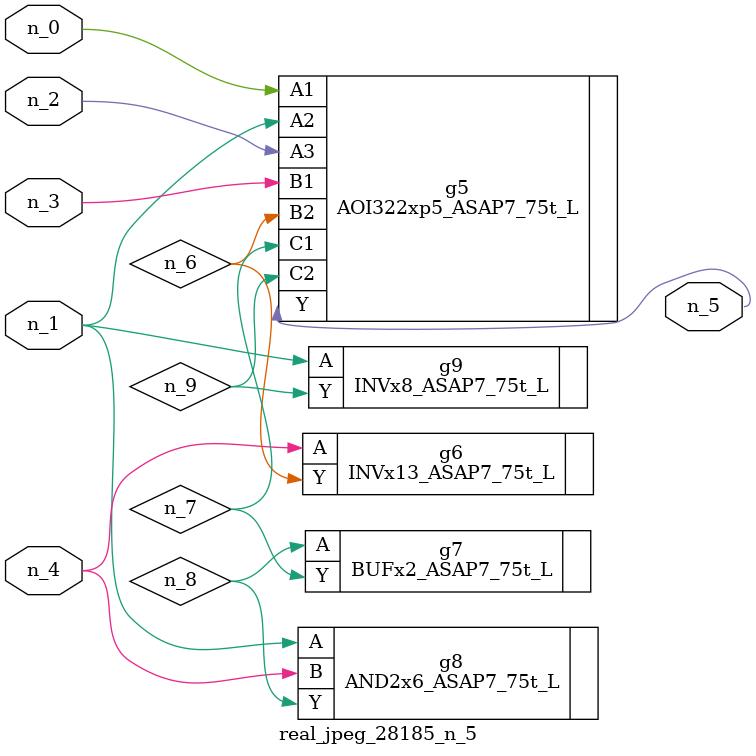
<source format=v>
module real_jpeg_28185_n_5 (n_4, n_0, n_1, n_2, n_3, n_5);

input n_4;
input n_0;
input n_1;
input n_2;
input n_3;

output n_5;

wire n_8;
wire n_6;
wire n_7;
wire n_9;

AOI322xp5_ASAP7_75t_L g5 ( 
.A1(n_0),
.A2(n_1),
.A3(n_2),
.B1(n_3),
.B2(n_6),
.C1(n_7),
.C2(n_9),
.Y(n_5)
);

AND2x6_ASAP7_75t_L g8 ( 
.A(n_1),
.B(n_4),
.Y(n_8)
);

INVx8_ASAP7_75t_L g9 ( 
.A(n_1),
.Y(n_9)
);

INVx13_ASAP7_75t_L g6 ( 
.A(n_4),
.Y(n_6)
);

BUFx2_ASAP7_75t_L g7 ( 
.A(n_8),
.Y(n_7)
);


endmodule
</source>
